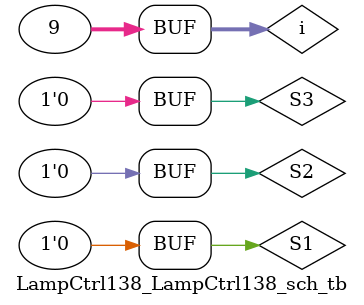
<source format=v>

`timescale 1ns / 1ps

module LampCtrl138_LampCtrl138_sch_tb();

// Inputs
   reg S1;
   reg S2;
   reg S3;

// Output
   wire F;

// Bidirs

// Instantiate the UUT
   LampCtrl138 UUT (
		.S1(S1), 
		.S2(S2), 
		.S3(S3), 
		.F(F)
   );
// Initialize Inputs
	integer i;
	initial begin
		for(i=0;i<=8;i=i+1)begin
			{S3,S2,S1} <= i;
			#50;
		end
	end
endmodule

</source>
